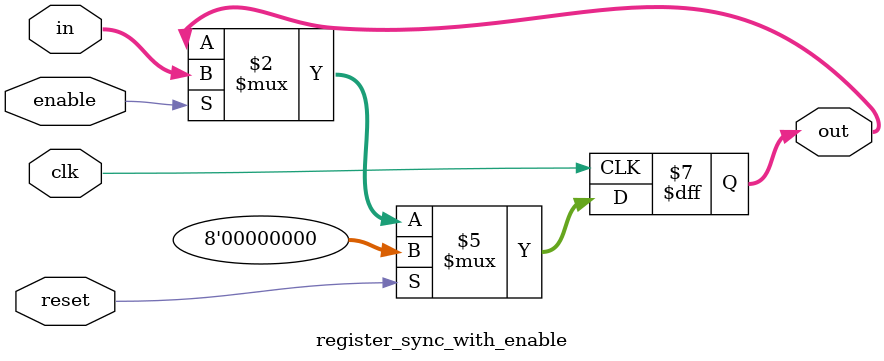
<source format=v>

`timescale 1ns/1ps
module register_sync_with_enable #(
  parameter integer WIDTH                 = 8
) (
  input  wire                             clk,
  input  wire                             reset,
  input  wire                             enable,
  input  wire        [ WIDTH -1 : 0 ]     in,
  output reg         [ WIDTH -1 : 0 ]     out
);



  always @(posedge clk)
  begin
    if (reset)
      out <= 'b0;
    else if (enable)
      out <= in;
  end


endmodule

</source>
